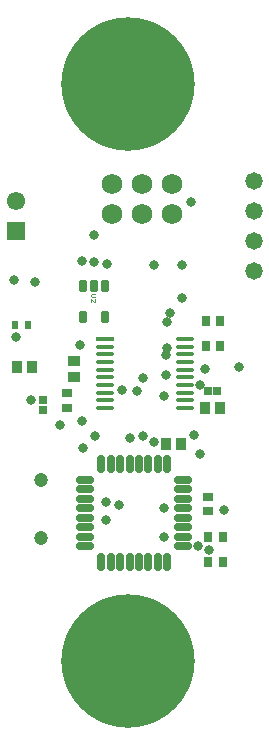
<source format=gts>
G04*
G04 #@! TF.GenerationSoftware,Altium Limited,Altium Designer,21.7.2 (23)*
G04*
G04 Layer_Color=8388736*
%FSLAX25Y25*%
%MOIN*%
G70*
G04*
G04 #@! TF.SameCoordinates,CA949D71-B4BB-4DE7-8204-7DD0AF16861B*
G04*
G04*
G04 #@! TF.FilePolarity,Negative*
G04*
G01*
G75*
%ADD15C,0.00236*%
%ADD16R,0.03197X0.02987*%
%ADD17R,0.02847X0.03005*%
%ADD18R,0.02987X0.03197*%
%ADD19R,0.03753X0.04147*%
%ADD20R,0.03005X0.02847*%
%ADD21O,0.06115X0.02965*%
%ADD22O,0.02965X0.06115*%
G04:AMPARAMS|DCode=23|XSize=58.36mil|YSize=16.46mil|CornerRadius=8.23mil|HoleSize=0mil|Usage=FLASHONLY|Rotation=0.000|XOffset=0mil|YOffset=0mil|HoleType=Round|Shape=RoundedRectangle|*
%AMROUNDEDRECTD23*
21,1,0.05836,0.00000,0,0,0.0*
21,1,0.04190,0.01646,0,0,0.0*
1,1,0.01646,0.02095,0.00000*
1,1,0.01646,-0.02095,0.00000*
1,1,0.01646,-0.02095,0.00000*
1,1,0.01646,0.02095,0.00000*
%
%ADD23ROUNDEDRECTD23*%
%ADD24R,0.05836X0.01646*%
%ADD25R,0.02375X0.02769*%
G04:AMPARAMS|DCode=26|XSize=29.65mil|YSize=39.5mil|CornerRadius=5.95mil|HoleSize=0mil|Usage=FLASHONLY|Rotation=0.000|XOffset=0mil|YOffset=0mil|HoleType=Round|Shape=RoundedRectangle|*
%AMROUNDEDRECTD26*
21,1,0.02965,0.02760,0,0,0.0*
21,1,0.01776,0.03950,0,0,0.0*
1,1,0.01190,0.00888,-0.01380*
1,1,0.01190,-0.00888,-0.01380*
1,1,0.01190,-0.00888,0.01380*
1,1,0.01190,0.00888,0.01380*
%
%ADD26ROUNDEDRECTD26*%
%ADD27R,0.04147X0.03753*%
%ADD28C,0.44500*%
%ADD29C,0.04737*%
%ADD30C,0.06102*%
%ADD31R,0.06102X0.06102*%
%ADD32C,0.06800*%
%ADD33C,0.03200*%
%ADD34C,0.05800*%
D15*
X155074Y200500D02*
X153762D01*
X153500Y200238D01*
Y199713D01*
X153762Y199451D01*
X155074D01*
X153500Y197876D02*
Y198926D01*
X154550Y197876D01*
X154812D01*
X155074Y198139D01*
Y198663D01*
X154812Y198926D01*
D16*
X145500Y167467D02*
D03*
Y162533D02*
D03*
X192500Y128033D02*
D03*
Y132967D02*
D03*
D17*
X137500Y161965D02*
D03*
Y165035D02*
D03*
D18*
X191806Y191481D02*
D03*
X196740D02*
D03*
Y183000D02*
D03*
X191806D02*
D03*
X192533Y119500D02*
D03*
X197467D02*
D03*
X192533Y111000D02*
D03*
X197467D02*
D03*
D19*
X191592Y162500D02*
D03*
X196710D02*
D03*
X178441Y150500D02*
D03*
X183559D02*
D03*
X128941Y176000D02*
D03*
X134059D02*
D03*
D20*
X192465Y168000D02*
D03*
X195535D02*
D03*
D21*
X151661Y138524D02*
D03*
Y135374D02*
D03*
Y132224D02*
D03*
Y129075D02*
D03*
Y125925D02*
D03*
Y122776D02*
D03*
Y119626D02*
D03*
Y116476D02*
D03*
X184339D02*
D03*
Y119626D02*
D03*
Y122776D02*
D03*
Y125925D02*
D03*
Y129075D02*
D03*
Y132224D02*
D03*
Y135374D02*
D03*
Y138524D02*
D03*
D22*
X156976Y111161D02*
D03*
X160126D02*
D03*
X163276D02*
D03*
X166425D02*
D03*
X169575D02*
D03*
X172724D02*
D03*
X175874D02*
D03*
X179024D02*
D03*
Y143839D02*
D03*
X175874D02*
D03*
X172724D02*
D03*
X169575D02*
D03*
X166425D02*
D03*
X163276D02*
D03*
X160126D02*
D03*
X156976D02*
D03*
D23*
X184818Y185516D02*
D03*
Y182957D02*
D03*
Y180398D02*
D03*
Y177839D02*
D03*
Y175280D02*
D03*
Y172720D02*
D03*
Y170161D02*
D03*
Y167602D02*
D03*
Y165043D02*
D03*
Y162484D02*
D03*
X158332D02*
D03*
Y165043D02*
D03*
Y167602D02*
D03*
Y170161D02*
D03*
Y172720D02*
D03*
Y175280D02*
D03*
Y177839D02*
D03*
Y180398D02*
D03*
Y182957D02*
D03*
D24*
Y185516D02*
D03*
D25*
X132500Y190000D02*
D03*
X128366D02*
D03*
D26*
X158240Y203020D02*
D03*
X154500D02*
D03*
X150760D02*
D03*
Y192980D02*
D03*
X158240D02*
D03*
D27*
X148000Y172941D02*
D03*
Y178059D02*
D03*
D28*
X166000Y78000D02*
D03*
Y270500D02*
D03*
D29*
X137000Y138500D02*
D03*
Y119287D02*
D03*
D30*
X128433Y231421D02*
D03*
D31*
Y221579D02*
D03*
D32*
X160500Y227000D02*
D03*
X170500D02*
D03*
X180500D02*
D03*
Y237000D02*
D03*
X170500D02*
D03*
X160500D02*
D03*
D33*
X143335Y156838D02*
D03*
X133500Y165000D02*
D03*
X154500Y220000D02*
D03*
Y211000D02*
D03*
X164000Y168500D02*
D03*
X180000Y194000D02*
D03*
X179000Y191000D02*
D03*
X178500Y180000D02*
D03*
X179000Y182500D02*
D03*
X178500Y173500D02*
D03*
X198000Y128500D02*
D03*
X193000Y115000D02*
D03*
X189196Y116501D02*
D03*
X158500Y131000D02*
D03*
X163000Y130000D02*
D03*
X178000Y129000D02*
D03*
Y166500D02*
D03*
X190000Y170000D02*
D03*
X128500Y186000D02*
D03*
X128000Y205000D02*
D03*
X187016Y231300D02*
D03*
X184000Y210000D02*
D03*
X191500Y175500D02*
D03*
X174500Y210000D02*
D03*
Y151000D02*
D03*
X171000Y172500D02*
D03*
X169000Y168000D02*
D03*
X171000Y153000D02*
D03*
X166500Y152500D02*
D03*
X150500Y211500D02*
D03*
X202923Y176309D02*
D03*
X190000Y147000D02*
D03*
X188000Y153500D02*
D03*
X155000Y153000D02*
D03*
X151000Y149000D02*
D03*
X184000Y199000D02*
D03*
X150000Y183500D02*
D03*
X159000Y210500D02*
D03*
X135000Y204500D02*
D03*
X178000Y119500D02*
D03*
X158500Y125000D02*
D03*
X150500Y158000D02*
D03*
D34*
X208000Y238000D02*
D03*
Y228000D02*
D03*
Y218000D02*
D03*
Y208000D02*
D03*
M02*

</source>
